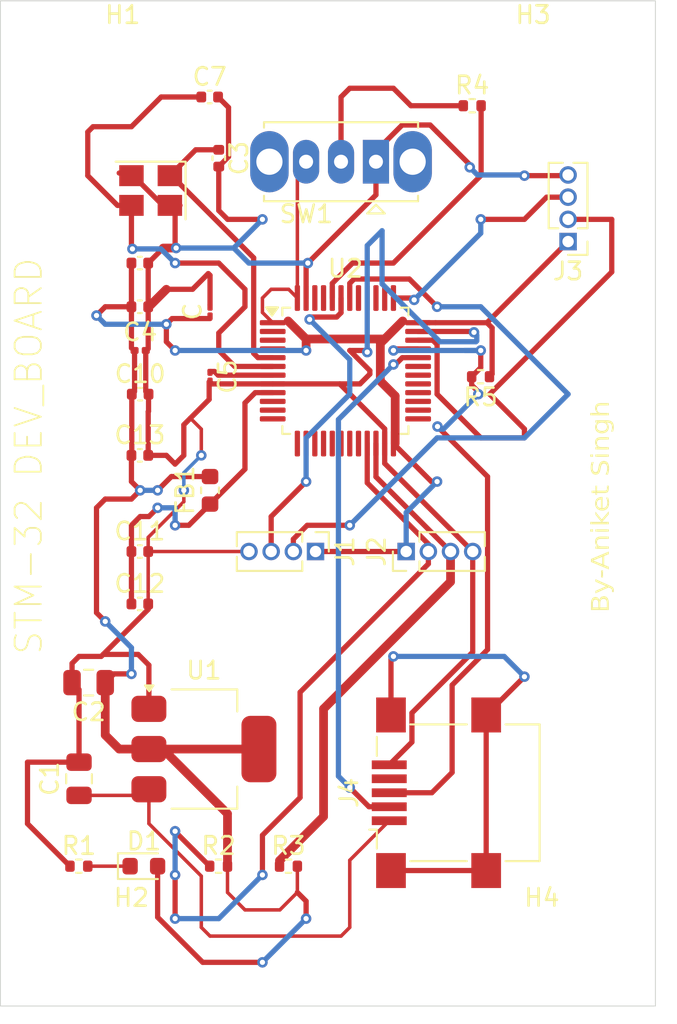
<source format=kicad_pcb>
(kicad_pcb (version 20240108) (generator "pcbnew") (generator_version "8.0")
  (layers (0 "F.Cu" signal) (31 "B.Cu" signal) (34 "B.Paste" user) (35 "F.Paste" user) (36 "B.SilkS" user "B.Silkscreen") (37 "F.SilkS" user "F.Silkscreen") (38 "B.Mask" user) (39 "F.Mask" user) (44 "Edge.Cuts" user))
  (net 0 "")
  (net 1 "VBUS")
  (net 2 "GND")
  (net 3 "+3.3V")
  (net 4 "/HSE_IN")
  (net 5 "/NRST")
  (net 6 "/HSE_OUT")
  (net 7 "+3.3VA")
  (net 8 "/PWR_LED_K")
  (net 9 "/UART1_RX")
  (net 10 "/UART1_TX")
  (net 11 "/I2C_SCL")
  (net 12 "/I2C_SDA")
  (net 13 "/SWCLK")
  (net 14 "/SWDIO")
  (net 15 "unconnected-(J4-Shield-Pad6)_1")
  (net 16 "/USB_D-")
  (net 18 "/USB_D+")
  (net 19 "/BOOT0")
  (net 20 "Net-(SW1-B)")
  (footprint "Capacitor_SMD:C_01005_0402Metric" (layer "F.Cu") (at 114.5 59 -90)
    (property "Reference" "C5" (at 0 -1 90) (layer "F.SilkS"))
    (property "Value" "100n" (hide yes))
    (pad "1" smd roundrect (at -0.25 0 270) (size 0.4 0.3) (layers "F.Cu" "F.Mask") (net 5 "/NRST"))
    (pad "2" smd roundrect (at 0.25 0 270) (size 0.4 0.3) (layers "F.Cu" "F.Mask") (net 2 "GND"))
  )
  (footprint "Package_TO_SOT_SMD:SOT-223-3_TabPin2" (layer "F.Cu") (at 114.15 80.3)
    (property "Reference" "U1" (at 0 -4.5 0) (layer "F.SilkS"))
    (property "Value" "AMS1117-3.3")
    (pad "1" smd roundrect (at -3.15 -2.3) (size 2 1.5) (layers "F.Cu" "F.Paste" "F.Mask") (net 2 "GND"))
    (pad "2" smd roundrect (at -3.15 0) (size 2 1.5) (layers "F.Cu" "F.Paste" "F.Mask") (net 3 "+3.3V"))
    (pad "2" smd roundrect (at 3.15 0) (size 2 3.8) (layers "F.Cu" "F.Paste" "F.Mask") (net 3 "+3.3V"))
    (pad "3" smd roundrect (at -3.15 2.3) (size 2 1.5) (layers "F.Cu" "F.Paste" "F.Mask") (net 1 "VBUS"))
  )
  (footprint "Capacitor_SMD:C_0402_1005Metric" (layer "F.Cu") (at 110.5 60)
    (property "Reference" "C10" (at 0 -1.16 0) (layer "F.SilkS"))
    (property "Value" "100n")
    (pad "1" smd roundrect (at -0.48 0) (size 0.56 0.62) (layers "F.Cu" "F.Paste" "F.Mask") (net 3 "+3.3V"))
    (pad "2" smd roundrect (at 0.48 0) (size 0.56 0.62) (layers "F.Cu" "F.Paste" "F.Mask") (net 2 "GND"))
  )
  (footprint "Resistor_SMD:R_0402_1005Metric" (layer "F.Cu") (at 129.51 43.5)
    (property "Reference" "R4" (at 0 -1.17 0) (layer "F.SilkS"))
    (property "Value" "10k")
    (pad "1" smd roundrect (at -0.51 0) (size 0.54 0.64) (layers "F.Cu" "F.Paste" "F.Mask") (net 20 "Net-(SW1-B)"))
    (pad "2" smd roundrect (at 0.51 0) (size 0.54 0.64) (layers "F.Cu" "F.Paste" "F.Mask") (net 19 "/BOOT0"))
  )
  (footprint "LED_SMD:LED_0603_1608Metric" (layer "F.Cu") (at 110.7125 87)
    (property "Reference" "D1" (at 0 -1.43 0) (layer "F.SilkS"))
    (property "Value" "red")
    (pad "1" smd roundrect (at -0.7875 0) (size 0.875 0.95) (layers "F.Cu" "F.Paste" "F.Mask") (net 8 "/PWR_LED_K"))
    (pad "2" smd roundrect (at 0.7875 0) (size 0.875 0.95) (layers "F.Cu" "F.Paste" "F.Mask") (net 3 "+3.3V"))
  )
  (footprint "Crystal:Crystal_SMD_3225-4Pin_3.2x2.5mm" (layer "F.Cu") (at 111.1 48.35 180)
    (property "Reference" "Y1" (hide yes))
    (property "Value" "16MHz")
    (pad "1" smd rect (at -1.1 0.85 180) (size 1.4 1.2) (layers "F.Cu" "F.Paste" "F.Mask") (net 4 "/HSE_IN"))
    (pad "2" smd rect (at 1.1 0.85 180) (size 1.4 1.2) (layers "F.Cu" "F.Paste" "F.Mask") (net 2 "GND"))
    (pad "3" smd rect (at 1.1 -0.85 180) (size 1.4 1.2) (layers "F.Cu" "F.Paste" "F.Mask") (net 6 "/HSE_OUT"))
    (pad "4" smd rect (at -1.1 -0.85 180) (size 1.4 1.2) (layers "F.Cu" "F.Paste" "F.Mask") (net 2 "GND"))
  )
  (footprint "MountingHole:MountingHole_2.2mm_M2" (layer "F.Cu") (at 109.5 41.5)
    (property "Reference" "H1" (at 0 -3.2 0) (layer "F.SilkS"))
    (property "Value" "MountingHole")
    (pad "" np_thru_hole circle (at 0 0) (size 2.2 2.2) (drill 2.2) (layers "*.Cu" "*.Mask"))
  )
  (footprint "Resistor_SMD:R_0402_1005Metric" (layer "F.Cu") (at 118.99 87)
    (property "Reference" "R3" (at 0 -1.17 0) (layer "F.SilkS"))
    (property "Value" "1.5k")
    (pad "1" smd roundrect (at -0.51 0) (size 0.54 0.64) (layers "F.Cu" "F.Paste" "F.Mask") (net 12 "/I2C_SDA"))
    (pad "2" smd roundrect (at 0.51 0) (size 0.54 0.64) (layers "F.Cu" "F.Paste" "F.Mask") (net 3 "+3.3V"))
  )
  (footprint "MountingHole:MountingHole_2.2mm_M2" (layer "F.Cu") (at 133 41.5)
    (property "Reference" "H3" (at 0 -3.2 0) (layer "F.SilkS"))
    (property "Value" "MountingHole")
    (pad "" np_thru_hole circle (at 0 0) (size 2.2 2.2) (drill 2.2) (layers "*.Cu" "*.Mask"))
  )
  (footprint "Capacitor_SMD:C_0402_1005Metric" (layer "F.Cu") (at 114.48 43)
    (property "Reference" "C7" (at 0 -1.16 0) (layer "F.SilkS"))
    (property "Value" "10p")
    (pad "1" smd roundrect (at -0.48 0) (size 0.56 0.62) (layers "F.Cu" "F.Paste" "F.Mask") (net 6 "/HSE_OUT"))
    (pad "2" smd roundrect (at 0.48 0) (size 0.56 0.62) (layers "F.Cu" "F.Paste" "F.Mask") (net 2 "GND"))
  )
  (footprint "Capacitor_SMD:C_0402_1005Metric" (layer "F.Cu") (at 110.48 55)
    (property "Reference" "C8" (hide yes))
    (property "Value" "100n")
    (pad "1" smd roundrect (at -0.48 0) (size 0.56 0.62) (layers "F.Cu" "F.Paste" "F.Mask") (net 3 "+3.3V"))
    (pad "2" smd roundrect (at 0.48 0) (size 0.56 0.62) (layers "F.Cu" "F.Paste" "F.Mask") (net 2 "GND"))
  )
  (footprint "Capacitor_SMD:C_0805_2012Metric" (layer "F.Cu") (at 107.55 76.5 180)
    (property "Reference" "C2" (at 0 -1.68 360) (layer "F.SilkS"))
    (property "Value" "22u")
    (pad "1" smd roundrect (at -0.95 0 180) (size 1 1.45) (layers "F.Cu" "F.Paste" "F.Mask") (net 3 "+3.3V"))
    (pad "2" smd roundrect (at 0.95 0 180) (size 1 1.45) (layers "F.Cu" "F.Paste" "F.Mask") (net 2 "GND"))
  )
  (footprint "Connector_PinHeader_1.27mm:PinHeader_1x04_P1.27mm_Vertical" (layer "F.Cu") (at 135 51.27 180)
    (property "Reference" "J3" (at 0 -1.695 360) (layer "F.SilkS"))
    (property "Value" "Conn_01x04_Pin")
    (pad "1" thru_hole rect (at 0 0 180) (size 1 1) (drill 0.65) (layers "*.Cu" "*.Mask") (net 3 "+3.3V"))
    (pad "2" thru_hole oval (at 0 1.27 180) (size 1 1) (drill 0.65) (layers "*.Cu" "*.Mask") (net 14 "/SWDIO"))
    (pad "3" thru_hole oval (at 0 2.54 180) (size 1 1) (drill 0.65) (layers "*.Cu" "*.Mask") (net 13 "/SWCLK"))
    (pad "4" thru_hole oval (at 0 3.81 180) (size 1 1) (drill 0.65) (layers "*.Cu" "*.Mask") (net 2 "GND"))
  )
  (footprint "Resistor_SMD:R_0402_1005Metric" (layer "F.Cu") (at 114.99 87)
    (property "Reference" "R2" (at 0 -1.17 0) (layer "F.SilkS"))
    (property "Value" "1.5k")
    (pad "1" smd roundrect (at -0.51 0) (size 0.54 0.64) (layers "F.Cu" "F.Paste" "F.Mask") (net 11 "/I2C_SCL"))
    (pad "2" smd roundrect (at 0.51 0) (size 0.54 0.64) (layers "F.Cu" "F.Paste" "F.Mask") (net 3 "+3.3V"))
  )
  (footprint "Capacitor_SMD:C_0201_0603Metric" (layer "F.Cu") (at 110.5 57.5)
    (property "Reference" "C4" (at 0 -1.05 360) (layer "F.SilkS"))
    (property "Value" "10u")
    (pad "1" smd roundrect (at -0.32 0) (size 0.46 0.4) (layers "F.Cu" "F.Mask") (net 3 "+3.3V"))
    (pad "2" smd roundrect (at 0.32 0) (size 0.46 0.4) (layers "F.Cu" "F.Mask") (net 2 "GND"))
  )
  (footprint "Capacitor_SMD:C_0402_1005Metric" (layer "F.Cu") (at 110.48 69)
    (property "Reference" "C11" (at 0 -1.16 0) (layer "F.SilkS"))
    (property "Value" "10n")
    (pad "1" smd roundrect (at -0.48 0) (size 0.56 0.62) (layers "F.Cu" "F.Paste" "F.Mask") (net 7 "+3.3VA"))
    (pad "2" smd roundrect (at 0.48 0) (size 0.56 0.62) (layers "F.Cu" "F.Paste" "F.Mask") (net 2 "GND"))
  )
  (footprint "Package_QFP:LQFP-48_7x7mm_P0.5mm" (layer "F.Cu") (at 122.25 58.6625)
    (property "Reference" "U2" (at 0 -5.85 0) (layer "F.SilkS"))
    (property "Value" "STM32F103C8Tx")
    (pad "1" smd roundrect (at -4.1625 -2.75) (size 1.475 0.3) (layers "F.Cu" "F.Paste" "F.Mask") (net 3 "+3.3V"))
    (pad "2" smd roundrect (at -4.1625 -2.25) (size 1.475 0.3) (layers "F.Cu" "F.Paste" "F.Mask"))
    (pad "3" smd roundrect (at -4.1625 -1.75) (size 1.475 0.3) (layers "F.Cu" "F.Paste" "F.Mask"))
    (pad "4" smd roundrect (at -4.1625 -1.25) (size 1.475 0.3) (layers "F.Cu" "F.Paste" "F.Mask"))
    (pad "5" smd roundrect (at -4.1625 -0.75) (size 1.475 0.3) (layers "F.Cu" "F.Paste" "F.Mask") (net 4 "/HSE_IN"))
    (pad "6" smd roundrect (at -4.1625 -0.25) (size 1.475 0.3) (layers "F.Cu" "F.Paste" "F.Mask") (net 6 "/HSE_OUT"))
    (pad "7" smd roundrect (at -4.1625 0.25) (size 1.475 0.3) (layers "F.Cu" "F.Paste" "F.Mask") (net 5 "/NRST"))
    (pad "8" smd roundrect (at -4.1625 0.75) (size 1.475 0.3) (layers "F.Cu" "F.Paste" "F.Mask") (net 2 "GND"))
    (pad "9" smd roundrect (at -4.1625 1.25) (size 1.475 0.3) (layers "F.Cu" "F.Paste" "F.Mask") (net 7 "+3.3VA"))
    (pad "10" smd roundrect (at -4.1625 1.75) (size 1.475 0.3) (layers "F.Cu" "F.Paste" "F.Mask"))
    (pad "11" smd roundrect (at -4.1625 2.25) (size 1.475 0.3) (layers "F.Cu" "F.Paste" "F.Mask"))
    (pad "12" smd roundrect (at -4.1625 2.75) (size 1.475 0.3) (layers "F.Cu" "F.Paste" "F.Mask"))
    (pad "13" smd roundrect (at -2.75 4.1625) (size 0.3 1.475) (layers "F.Cu" "F.Paste" "F.Mask"))
    (pad "14" smd roundrect (at -2.25 4.1625) (size 0.3 1.475) (layers "F.Cu" "F.Paste" "F.Mask"))
    (pad "15" smd roundrect (at -1.75 4.1625) (size 0.3 1.475) (layers "F.Cu" "F.Paste" "F.Mask"))
    (pad "16" smd roundrect (at -1.25 4.1625) (size 0.3 1.475) (layers "F.Cu" "F.Paste" "F.Mask"))
    (pad "17" smd roundrect (at -0.75 4.1625) (size 0.3 1.475) (layers "F.Cu" "F.Paste" "F.Mask"))
    (pad "18" smd roundrect (at -0.25 4.1625) (size 0.3 1.475) (layers "F.Cu" "F.Paste" "F.Mask"))
    (pad "19" smd roundrect (at 0.25 4.1625) (size 0.3 1.475) (layers "F.Cu" "F.Paste" "F.Mask"))
    (pad "20" smd roundrect (at 0.75 4.1625) (size 0.3 1.475) (layers "F.Cu" "F.Paste" "F.Mask"))
    (pad "21" smd roundrect (at 1.25 4.1625) (size 0.3 1.475) (layers "F.Cu" "F.Paste" "F.Mask") (net 11 "/I2C_SCL"))
    (pad "22" smd roundrect (at 1.75 4.1625) (size 0.3 1.475) (layers "F.Cu" "F.Paste" "F.Mask") (net 12 "/I2C_SDA"))
    (pad "23" smd roundrect (at 2.25 4.1625) (size 0.3 1.475) (layers "F.Cu" "F.Paste" "F.Mask") (net 2 "GND"))
    (pad "24" smd roundrect (at 2.75 4.1625) (size 0.3 1.475) (layers "F.Cu" "F.Paste" "F.Mask") (net 3 "+3.3V"))
    (pad "25" smd roundrect (at 4.1625 2.75) (size 1.475 0.3) (layers "F.Cu" "F.Paste" "F.Mask"))
    (pad "26" smd roundrect (at 4.1625 2.25) (size 1.475 0.3) (layers "F.Cu" "F.Paste" "F.Mask"))
    (pad "27" smd roundrect (at 4.1625 1.75) (size 1.475 0.3) (layers "F.Cu" "F.Paste" "F.Mask"))
    (pad "28" smd roundrect (at 4.1625 1.25) (size 1.475 0.3) (layers "F.Cu" "F.Paste" "F.Mask"))
    (pad "29" smd roundrect (at 4.1625 0.75) (size 1.475 0.3) (layers "F.Cu" "F.Paste" "F.Mask"))
    (pad "30" smd roundrect (at 4.1625 0.25) (size 1.475 0.3) (layers "F.Cu" "F.Paste" "F.Mask"))
    (pad "31" smd roundrect (at 4.1625 -0.25) (size 1.475 0.3) (layers "F.Cu" "F.Paste" "F.Mask"))
    (pad "32" smd roundrect (at 4.1625 -0.75) (size 1.475 0.3) (layers "F.Cu" "F.Paste" "F.Mask") (net 16 "/USB_D-"))
    (pad "33" smd roundrect (at 4.1625 -1.25) (size 1.475 0.3) (layers "F.Cu" "F.Paste" "F.Mask") (net 18 "/USB_D+"))
    (pad "34" smd roundrect (at 4.1625 -1.75) (size 1.475 0.3) (layers "F.Cu" "F.Paste" "F.Mask") (net 14 "/SWDIO"))
    (pad "35" smd roundrect (at 4.1625 -2.25) (size 1.475 0.3) (layers "F.Cu" "F.Paste" "F.Mask") (net 2 "GND"))
    (pad "36" smd roundrect (at 4.1625 -2.75) (size 1.475 0.3) (layers "F.Cu" "F.Paste" "F.Mask") (net 3 "+3.3V"))
    (pad "37" smd roundrect (at 2.75 -4.1625) (size 0.3 1.475) (layers "F.Cu" "F.Paste" "F.Mask") (net 13 "/SWCLK"))
    (pad "38" smd roundrect (at 2.25 -4.1625) (size 0.3 1.475) (layers "F.Cu" "F.Paste" "F.Mask"))
    (pad "39" smd roundrect (at 1.75 -4.1625) (size 0.3 1.475) (layers "F.Cu" "F.Paste" "F.Mask"))
    (pad "40" smd roundrect (at 1.25 -4.1625) (size 0.3 1.475) (layers "F.Cu" "F.Paste" "F.Mask"))
    (pad "41" smd roundrect (at 0.75 -4.1625) (size 0.3 1.475) (layers "F.Cu" "F.Paste" "F.Mask"))
    (pad "42" smd roundrect (at 0.25 -4.1625) (size 0.3 1.475) (layers "F.Cu" "F.Paste" "F.Mask") (net 10 "/UART1_TX"))
    (pad "43" smd roundrect (at -0.25 -4.1625) (size 0.3 1.475) (layers "F.Cu" "F.Paste" "F.Mask") (net 9 "/UART1_RX"))
    (pad "44" smd roundrect (at -0.75 -4.1625) (size 0.3 1.475) (layers "F.Cu" "F.Paste" "F.Mask") (net 19 "/BOOT0"))
    (pad "45" smd roundrect (at -1.25 -4.1625) (size 0.3 1.475) (layers "F.Cu" "F.Paste" "F.Mask"))
    (pad "46" smd roundrect (at -1.75 -4.1625) (size 0.3 1.475) (layers "F.Cu" "F.Paste" "F.Mask"))
    (pad "47" smd roundrect (at -2.25 -4.1625) (size 0.3 1.475) (layers "F.Cu" "F.Paste" "F.Mask") (net 2 "GND"))
    (pad "48" smd roundrect (at -2.75 -4.1625) (size 0.3 1.475) (layers "F.Cu" "F.Paste" "F.Mask") (net 3 "+3.3V"))
  )
  (footprint "Capacitor_SMD:C_0805_2012Metric" (layer "F.Cu") (at 107 82 90)
    (property "Reference" "C1" (at 0 -1.68 90) (layer "F.SilkS"))
    (property "Value" "22u")
    (pad "1" smd roundrect (at -0.95 0 90) (size 1 1.45) (layers "F.Cu" "F.Paste" "F.Mask") (net 1 "VBUS"))
    (pad "2" smd roundrect (at 0.95 0 90) (size 1 1.45) (layers "F.Cu" "F.Paste" "F.Mask") (net 2 "GND"))
  )
  (footprint "Button_Switch_THT:SW_Slide_SPDT_Straight_CK_OS102011MS2Q" (layer "F.Cu") (at 124 46.7025 180)
    (property "Reference" "SW1" (at 3.99 -2.99 180) (layer "F.SilkS"))
    (property "Value" "SW_SPDT")
    (pad "" thru_hole oval (at -2.1 0 180) (size 2.2 3.5) (drill 1.5) (layers "*.Cu" "*.Mask"))
    (pad "" thru_hole oval (at 6.1 0 180) (size 2.2 3.5) (drill 1.5) (layers "*.Cu" "*.Mask"))
    (pad "1" thru_hole rect (at 0 0 180) (size 1.5 2.5) (drill 0.8) (layers "*.Cu" "*.Mask") (net 2 "GND"))
    (pad "2" thru_hole oval (at 2 0 180) (size 1.5 2.5) (drill 0.8) (layers "*.Cu" "*.Mask") (net 20 "Net-(SW1-B)"))
    (pad "3" thru_hole oval (at 4 0 180) (size 1.5 2.5) (drill 0.8) (layers "*.Cu" "*.Mask") (net 3 "+3.3V"))
  )
  (footprint "Resistor_SMD:R_0402_1005Metric" (layer "F.Cu") (at 106.99 87)
    (property "Reference" "R1" (at 0 -1.17 0) (layer "F.SilkS"))
    (property "Value" "1.5k")
    (pad "1" smd roundrect (at -0.51 0) (size 0.54 0.64) (layers "F.Cu" "F.Paste" "F.Mask") (net 2 "GND"))
    (pad "2" smd roundrect (at 0.51 0) (size 0.54 0.64) (layers "F.Cu" "F.Paste" "F.Mask") (net 8 "/PWR_LED_K"))
  )
  (footprint "Capacitor_SMD:C_0402_1005Metric" (layer "F.Cu") (at 110.48 52.5)
    (property "Reference" "C9" (hide yes))
    (property "Value" "100n" (hide yes))
    (pad "1" smd roundrect (at -0.48 0) (size 0.56 0.62) (layers "F.Cu" "F.Paste" "F.Mask") (net 3 "+3.3V"))
    (pad "2" smd roundrect (at 0.48 0) (size 0.56 0.62) (layers "F.Cu" "F.Paste" "F.Mask") (net 2 "GND"))
  )
  (footprint "MountingHole:MountingHole_2.2mm_M2" (layer "F.Cu") (at 110 92)
    (property "Reference" "H2" (at 0 -3.2 0) (layer "F.SilkS"))
    (property "Value" "MountingHole")
    (pad "" np_thru_hole circle (at 0 0) (size 2.2 2.2) (drill 2.2) (layers "*.Cu" "*.Mask"))
  )
  (footprint "Connector_PinHeader_1.27mm:PinHeader_1x04_P1.27mm_Vertical" (layer "F.Cu") (at 120.54 69 -90)
    (property "Reference" "J1" (at 0 -1.695 90) (layer "F.SilkS"))
    (property "Value" "Conn_01x04_Pin")
    (pad "1" thru_hole rect (at 0 0 270) (size 1 1) (drill 0.65) (layers "*.Cu" "*.Mask") (net 3 "+3.3V"))
    (pad "2" thru_hole oval (at 0 1.27 270) (size 1 1) (drill 0.65) (layers "*.Cu" "*.Mask") (net 10 "/UART1_TX"))
    (pad "3" thru_hole oval (at 0 2.54 270) (size 1 1) (drill 0.65) (layers "*.Cu" "*.Mask") (net 9 "/UART1_RX"))
    (pad "4" thru_hole oval (at 0 3.81 270) (size 1 1) (drill 0.65) (layers "*.Cu" "*.Mask") (net 2 "GND"))
  )
  (footprint "Capacitor_SMD:C_0402_1005Metric" (layer "F.Cu") (at 115 46.5 -90)
    (property "Reference" "C3" (at 0 -1.16 90) (layer "F.SilkS"))
    (property "Value" "10p")
    (pad "1" smd roundrect (at -0.48 0 270) (size 0.56 0.62) (layers "F.Cu" "F.Paste" "F.Mask") (net 4 "/HSE_IN"))
    (pad "2" smd roundrect (at 0.48 0 270) (size 0.56 0.62) (layers "F.Cu" "F.Paste" "F.Mask") (net 2 "GND"))
  )
  (footprint "Resistor_SMD:R_0402_1005Metric" (layer "F.Cu") (at 129.99 59 180)
    (property "Reference" "R5" (at 0 -1.17 360) (layer "F.SilkS"))
    (property "Value" "1.5k" (hide yes))
    (pad "1" smd roundrect (at -0.51 0 180) (size 0.54 0.64) (layers "F.Cu" "F.Paste" "F.Mask") (net 3 "+3.3V"))
    (pad "2" smd roundrect (at 0.51 0 180) (size 0.54 0.64) (layers "F.Cu" "F.Paste" "F.Mask") (net 18 "/USB_D+"))
  )
  (footprint "MountingHole:MountingHole_2.2mm_M2" (layer "F.Cu") (at 133.5 92)
    (property "Reference" "H4" (at 0 -3.2 0) (layer "F.SilkS"))
    (property "Value" "MountingHole")
    (pad "" np_thru_hole circle (at 0 0) (size 2.2 2.2) (drill 2.2) (layers "*.Cu" "*.Mask"))
  )
  (footprint "Capacitor_SMD:C_01005_0402Metric" (layer "F.Cu") (at 114.5 55.275 90)
    (property "Reference" "C" (at 0 -1 90) (layer "F.SilkS"))
    (property "Value" "100n" (hide yes))
    (pad "1" smd roundrect (at -0.25 0 90) (size 0.4 0.3) (layers "F.Cu" "F.Mask") (net 3 "+3.3V"))
    (pad "2" smd roundrect (at 0.25 0 90) (size 0.4 0.3) (layers "F.Cu" "F.Mask") (net 2 "GND"))
  )
  (footprint "Connector_PinHeader_1.27mm:PinHeader_1x04_P1.27mm_Vertical" (layer "F.Cu") (at 125.73 69 90)
    (property "Reference" "J2" (at 0 -1.695 90) (layer "F.SilkS"))
    (property "Value" "Conn_01x04_Pin")
    (pad "1" thru_hole rect (at 0 0 90) (size 1 1) (drill 0.65) (layers "*.Cu" "*.Mask") (net 3 "+3.3V"))
    (pad "2" thru_hole oval (at 0 1.27 90) (size 1 1) (drill 0.65) (layers "*.Cu" "*.Mask") (net 11 "/I2C_SCL"))
    (pad "3" thru_hole oval (at 0 2.54 90) (size 1 1) (drill 0.65) (layers "*.Cu" "*.Mask") (net 12 "/I2C_SDA"))
    (pad "4" thru_hole oval (at 0 3.81 90) (size 1 1) (drill 0.65) (layers "*.Cu" "*.Mask") (net 2 "GND"))
  )
  (footprint "Capacitor_SMD:C_0402_1005Metric" (layer "F.Cu") (at 110.48 63.5)
    (property "Reference" "C13" (at 0 -1.16 0) (layer "F.SilkS"))
    (property "Value" "1u")
    (pad "1" smd roundrect (at -0.48 0) (size 0.56 0.62) (layers "F.Cu" "F.Paste" "F.Mask") (net 3 "+3.3V"))
    (pad "2" smd roundrect (at 0.48 0) (size 0.56 0.62) (layers "F.Cu" "F.Paste" "F.Mask") (net 2 "GND"))
  )
  (footprint "Connector_USB:USB_Mini-B_Lumberg_2486_01_Horizontal" (layer "F.Cu") (at 127.46 82.8 90)
    (property "Reference" "J4" (at 0 -5 90) (layer "F.SilkS"))
    (property "Value" "USB_B_Micro")
    (pad "" np_thru_hole circle (at -2.2 0 90) (size 1 1) (drill 1) (layers "*.Cu" "*.Mask"))
    (pad "" np_thru_hole circle (at 2.2 0 90) (size 1 1) (drill 1) (layers "*.Cu" "*.Mask"))
    (pad "1" smd rect (at -1.6 -2.7 90) (size 0.5 2) (layers "F.Cu" "F.Paste" "F.Mask") (net 1 "VBUS"))
    (pad "2" smd rect (at -0.8 -2.7 90) (size 0.5 2) (layers "F.Cu" "F.Paste" "F.Mask") (net 16 "/USB_D-"))
    (pad "3" smd rect (at 0 -2.7 90) (size 0.5 2) (layers "F.Cu" "F.Paste" "F.Mask") (net 18 "/USB_D+"))
    (pad "4" smd rect (at 0.8 -2.7 90) (size 0.5 2) (layers "F.Cu" "F.Paste" "F.Mask"))
    (pad "5" smd rect (at 1.6 -2.7 90) (size 0.5 2) (layers "F.Cu" "F.Paste" "F.Mask") (net 2 "GND"))
    (pad "6" smd rect (at -4.45 -2.6 90) (size 2 1.7) (layers "F.Cu" "F.Paste" "F.Mask") (net 15 "unconnected-(J4-Shield-Pad6)_1"))
    (pad "6" smd rect (at -4.45 2.85 90) (size 2 1.7) (layers "F.Cu" "F.Paste" "F.Mask") (net 15 "unconnected-(J4-Shield-Pad6)_1"))
    (pad "6" smd rect (at 4.45 -2.6 90) (size 2 1.7) (layers "F.Cu" "F.Paste" "F.Mask") (net 15 "unconnected-(J4-Shield-Pad6)_1"))
    (pad "6" smd rect (at 4.45 2.85 90) (size 2 1.7) (layers "F.Cu" "F.Paste" "F.Mask") (net 15 "unconnected-(J4-Shield-Pad6)_1"))
  )
  (footprint "Inductor_SMD:L_0603_1608Metric" (layer "F.Cu") (at 114.5 65.5 90)
    (property "Reference" "FB1" (at 0 -1.43 90) (layer "F.SilkS"))
    (property "Value" "120R")
    (pad "1" smd roundrect (at -0.7875 0 90) (size 0.875 0.95) (layers "F.Cu" "F.Paste" "F.Mask") (net 7 "+3.3VA"))
    (pad "2" smd roundrect (at 0.7875 0 90) (size 0.875 0.95) (layers "F.Cu" "F.Paste" "F.Mask") (net 3 "+3.3V"))
  )
  (footprint "Capacitor_SMD:C_0402_1005Metric" (layer "F.Cu") (at 110.48 72)
    (property "Reference" "C12" (at 0 -1.16 0) (layer "F.SilkS"))
    (property "Value" "1u")
    (pad "1" smd roundrect (at -0.48 0) (size 0.56 0.62) (layers "F.Cu" "F.Paste" "F.Mask") (net 7 "+3.3VA"))
    (pad "2" smd roundrect (at 0.48 0) (size 0.56 0.62) (layers "F.Cu" "F.Paste" "F.Mask") (net 2 "GND"))
  )
  (gr_rect (start 102.5 37.5) (end 140 95) (stroke (width 0.05)) (fill none) (layer "Edge.Cuts"))
  (gr_text "STM-32 DEV_BOARD" (at 105 75 90) (layer "F.SilkS") (effects (font (size 1.5 1.5) (thickness 0.1)) (justify left bottom)))
  (gr_text "By-Aniket Singh" (at 137.5 72.5 90) (layer "F.SilkS") (effects (font (size 1 1.1) (thickness 0.1) (italic yes)) (justify left bottom)))
  (segment (start 122 91) (end 122.5 90.5) (width 0.2) (layer "F.Cu") (net 1))
  (segment (start 122.5 86.66) (end 124.76 84.4) (width 0.2) (layer "F.Cu") (net 1))
  (segment (start 111 84.565686) (end 114 87.565686) (width 0.2) (layer "F.Cu") (net 1))
  (segment (start 114 90.5) (end 114.5 91) (width 0.2) (layer "F.Cu") (net 1))
  (segment (start 114.5 91) (end 122 91) (width 0.2) (layer "F.Cu") (net 1))
  (segment (start 110.65 82.95) (end 111 82.6) (width 0.2) (layer "F.Cu") (net 1))
  (segment (start 107 82.95) (end 110.65 82.95) (width 0.2) (layer "F.Cu") (net 1))
  (segment (start 111 82.6) (end 111 84.565686) (width 0.2) (layer "F.Cu") (net 1))
  (segment (start 122.5 90.5) (end 122.5 86.66) (width 0.2) (layer "F.Cu") (net 1))
  (segment (start 114 87.565686) (end 114 90.5) (width 0.2) (layer "F.Cu") (net 1))
  (segment (start 111 55) (end 112 54) (width 0.5) (layer "F.Cu") (net 2))
  (segment (start 123.65 58.85) (end 123.65 58.65) (width 0.3) (layer "F.Cu") (net 2))
  (segment (start 129.37 46.87) (end 129.37 47.02) (width 0.3) (layer "F.Cu") (net 2))
  (segment (start 114 62) (end 113.375 61.375) (width 0.2) (layer "F.Cu") (net 2))
  (segment (start 110.96 55) (end 111 55) (width 0.5) (layer "F.Cu") (net 2))
  (segment (start 124 47.30311) (end 124 46.10189) (width 0.3) (layer "F.Cu") (net 2))
  (segment (start 110.96 72.309999) (end 110.96 72) (width 0.3) (layer "F.Cu") (net 2))
  (segment (start 124 46.10189) (end 125.49939 44.6025) (width 0.3) (layer "F.Cu") (net 2))
  (segment (start 123.65 58.65) (end 122.5 57.5) (width 0.3) (layer "F.Cu") (net 2))
  (segment (start 134.96 47.5) (end 135 47.46) (width 0.3) (layer "F.Cu") (net 2))
  (segment (start 114.4 53.1) (end 114.5 53.2) (width 0.3) (layer "F.Cu") (net 2))
  (segment (start 110 47.5) (end 110.1 47.5) (width 0.3) (layer "F.Cu") (net 2))
  (segment (start 110.96 63.5) (end 112 63.5) (width 0.3) (layer "F.Cu") (net 2))
  (segment (start 110.96 52.5) (end 111.819621 51.640379) (width 0.3) (layer "F.Cu") (net 2))
  (segment (start 127.5 45) (end 129.37 46.87) (width 0.3) (layer "F.Cu") (net 2))
  (segment (start 110.98 60) (end 110.98 60.98) (width 0.3) (layer "F.Cu") (net 2))
  (segment (start 115.507106 50) (end 115 49.492894) (width 0.3) (layer "F.Cu") (net 2))
  (segment (start 114.5 53.2) (end 114.5 54.875) (width 0.3) (layer "F.Cu") (net 2))
  (segment (start 129.54 69) (end 129.54 74.752894) (width 0.3) (layer "F.Cu") (net 2))
  (segment (start 129.612503 56.4625) (end 129.562503 56.4125) (width 0.3) (layer "F.Cu") (net 2))
  (segment (start 115.56 46.42) (end 115 46.98) (width 0.3) (layer "F.Cu") (net 2))
  (segment (start 129.562503 56.4125) (end 126.4125 56.4125) (width 0.3) (layer "F.Cu") (net 2))
  (segment (start 124.5 62.825) (end 124.5 61.98438) (width 0.3) (layer "F.Cu") (net 2))
  (segment (start 120.1 52.5) (end 120 52.6) (width 0.3) (layer "F.Cu") (net 2))
  (segment (start 112.5 51.699997) (end 112.559618 51.640379) (width 0.3) (layer "F.Cu") (net 2))
  (segment (start 107 81.05) (end 107 76.9) (width 0.3) (layer "F.Cu") (net 2))
  (segment (start 110.384999 74.884999) (end 111 75.5) (width 0.3) (layer "F.Cu") (net 2))
  (segment (start 115 49.492894) (end 115 46.98) (width 0.3) (layer "F.Cu") (net 2))
  (segment (start 117.5 50) (end 115.507106 50) (width 0.3) (layer "F.Cu") (net 2))
  (segment (start 124.5 61.98438) (end 121.92812 59.4125) (width 0.3) (layer "F.Cu") (net 2))
  (segment (start 104.05 84.57) (end 106.48 87) (width 0.3) (layer "F.Cu") (net 2))
  (segment (start 111.819621 51.640379) (end 112.559618 51.640379) (width 0.5) (layer "F.Cu") (net 2))
  (segment (start 110.96 69) (end 110.96 72) (width 0.2) (layer "F.Cu") (net 2))
  (segment (start 124.5 63.96) (end 129.54 69) (width 0.3) (layer "F.Cu") (net 2))
  (segment (start 110.82 59.84) (end 110.98 60) (width 0.3) (layer "F.Cu") (net 2))
  (segment (start 110.96 61) (end 110.96 63.5) (width 0.3) (layer "F.Cu") (net 2))
  (segment (start 113 66.151471) (end 113 65.5) (width 0.2) (layer "F.Cu") (net 2))
  (segment (start 106.6 75.4) (end 107 75) (width 0.3) (layer "F.Cu") (net 2))
  (segment (start 106.6 76.5) (end 106.6 75.4) (width 0.3) (layer "F.Cu") (net 2))
  (segment (start 124 48.6) (end 124 46.7025) (width 0.3) (layer "F.Cu") (net 2))
  (segment (start 125.49939 44.6025) (end 127.1025 44.6025) (width 0.3) (layer "F.Cu") (net 2))
  (segment (start 124.5 62.825) (end 124.5 63.96) (width 0.3) (layer "F.Cu") (net 2))
  (segment (start 113.375 61.375) (end 114.45 60.3) (width 0.3) (layer "F.Cu") (net 2))
  (segment (start 107 81.05) (end 104.05 81.05) (width 0.3) (layer "F.Cu") (net 2))
  (segment (start 121.92812 59.4125) (end 123.0875 59.4125) (width 0.3) (layer "F.Cu") (net 2))
  (segment (start 114 63.5) (end 114 62) (width 0.2) (layer "F.Cu") (net 2))
  (segment (start 112 54) (end 113.5 54) (width 0.3) (layer "F.Cu") (net 2))
  (segment (start 113 63.5) (end 113 61.75) (width 0.3) (layer "F.Cu") (net 2))
  (segment (start 129.54 74.752894) (end 126.06 78.232894) (width 0.3) (layer "F.Cu") (net 2))
  (segment (start 112.3 49.2) (end 112.5 49.4) (width 0.3) (layer "F.Cu") (net 2))
  (segment (start 114.45 59.3) (end 114.45 60.3) (width 0.3) (layer "F.Cu") (net 2))
  (segment (start 107 75) (end 108.269999 75) (width 0.3) (layer "F.Cu") (net 2))
  (segment (start 118.0875 59.4125) (end 114.6125 59.4125) (width 0.3) (layer "F.Cu") (net 2))
  (segment (start 126.06 78.232894) (end 126.06 79.9) (width 0.3) (layer "F.Cu") (net 2))
  (segment (start 114.45 59.3) (end 114.5 59.3) (width 0.3) (layer "F.Cu") (net 2))
  (segment (start 127.1025 44.6025) (end 127.5 45) (width 0.3) (layer "F.Cu") (net 2))
  (segment (start 122.5 57.5) (end 123.407042 57.5) (width 0.3) (layer "F.Cu") (net 2))
  (segment (start 132.5 47.5) (end 134.96 47.5) (width 0.3) (layer "F.Cu") (net 2))
  (segment (start 123.407042 57.5) (end 123.5 57.592958) (width 0.3) (layer "F.Cu") (net 2))
  (segment (start 108.384999 74.884999) (end 110.384999 74.884999) (width 0.3) (layer "F.Cu") (net 2))
  (segment (start 112.2 49.2) (end 112.78 49.2) (width 0.3) (layer "F.Cu") (net 2))
  (segment (start 111 75.5) (end 111 78) (width 0.3) (layer "F.Cu") (net 2))
  (segment (start 114.6125 59.4125) (end 114.5 59.3) (width 0.3) (layer "F.Cu") (net 2))
  (segment (start 110.96 69) (end 116.73 69) (width 0.2) (layer "F.Cu") (net 2))
  (segment (start 113 61.75) (end 113.375 61.375) (width 0.3) (layer "F.Cu") (net 2))
  (segment (start 108.384999 74.884999) (end 110.96 72.309999) (width 0.3) (layer "F.Cu") (net 2))
  (segment (start 107 76.9) (end 106.6 76.5) (width 0.3) (layer "F.Cu") (net 2))
  (segment (start 120 52.6) (end 120 54.5) (width 0.3) (layer "F.Cu") (net 2))
  (segment (start 121.92812 59.4125) (end 118.0875 59.4125) (width 0.3) (layer "F.Cu") (net 2))
  (segment (start 110.96 68.191471) (end 113 66.151471) (width 0.2) (layer "F.Cu") (net 2))
  (segment (start 110.96 69) (end 110.96 68.191471) (width 0.2) (layer "F.Cu") (net 2))
  (segment (start 112.2 49.2) (end 112.3 49.2) (width 0.3) (layer "F.Cu") (net 2))
  (segment (start 112.5 49.4) (end 112.5 51.699997) (width 0.3) (layer "F.Cu") (net 2))
  (segment (start 110.98 60.98) (end 110.96 61) (width 0.3) (layer "F.Cu") (net 2))
  (segment (start 104.05 81.05) (end 104.05 84.57) (width 0.3) (layer "F.Cu") (net 2))
  (segment (start 110.96 52.5) (end 110.96 55) (width 0.3) (layer "F.Cu") (net 2))
  (segment (start 114.96 43) (end 115.56 43.6) (width 0.3) (layer "F.Cu") (net 2))
  (segment (start 123.0875 59.4125) (end 123.65 58.85) (width 0.3) (layer "F.Cu") (net 2))
  (segment (start 113.5 54) (end 114.4 53.1) (width 0.3) (layer "F.Cu") (net 2))
  (segment (start 109.4 47.35) (end 109.3 47.35) (width 0.3) (layer "F.Cu") (net 2))
  (segment (start 110.82 57.5) (end 110.82 59.84) (width 0.3) (layer "F.Cu") (net 2))
  (segment (start 126.06 79.9) (end 124.76 81.2) (width 0.3) (layer "F.Cu") (net 2))
  (segment (start 108.269999 75) (end 108.384999 74.884999) (width 0.3) (layer "F.Cu") (net 2))
  (segment (start 112 63.5) (end 112.5 64) (width 0.3) (layer "F.Cu") (net 2))
  (segment (start 110.1 47.5) (end 111.8 49.2) (width 0.3) (layer "F.Cu") (net 2))
  (segment (start 115.56 43.6) (end 115.56 46.42) (width 0.3) (layer "F.Cu") (net 2))
  (segment (start 110.96 55) (end 110.96 57.4) (width 0.3) (layer "F.Cu") (net 2))
  (segment (start 112.5 64) (end 113 63.5) (width 0.3) (layer "F.Cu") (net 2))
  (segment (start 120.1 52.5) (end 124 48.6) (width 0.3) (layer "F.Cu") (net 2))
  (segment (start 124 46.7025) (end 124 47.30311) (width 0.3) (layer "F.Cu") (net 2))
  (segment (start 111.8 49.2) (end 112.2 49.2) (width 0.3) (layer "F.Cu") (net 2))
  (via (at 120.1 52.5) (size 0.6) (drill 0.3) (layers "F.Cu" "B.Cu") (net 2))
  (via (at 117.5 50) (size 0.6) (drill 0.3) (layers "F.Cu" "B.Cu") (net 2))
  (via (at 129.37 47.02) (size 0.6) (drill 0.3) (layers "F.Cu" "B.Cu") (net 2))
  (via (at 123.5 57.592958) (size 0.6) (drill 0.3) (layers "F.Cu" "B.Cu") (net 2))
  (via (at 129.612503 56.4625) (size 0.6) (drill 0.3) (layers "F.Cu" "B.Cu") (net 2))
  (via (at 114 63.5) (size 0.6) (drill 0.3) (layers "F.Cu" "B.Cu") (net 2))
  (via (at 113 65.5) (size 0.6) (drill 0.3) (layers "F.Cu" "B.Cu") (net 2))
  (via (at 132.5 47.5) (size 0.6) (drill 0.3) (layers "F.Cu" "B.Cu") (net 2))
  (via (at 112.559618 51.640379) (size 0.6) (drill 0.3) (layers "F.Cu" "B.Cu") (net 2))
  (segment (start 132.46 47.46) (end 132.5 47.5) (width 0.3) (layer "B.Cu") (net 2))
  (segment (start 113 64.5) (end 114 63.5) (width 0.2) (layer "B.Cu") (net 2))
  (segment (start 124.35 50.65) (end 123.5 51.5) (width 0.3) (layer "B.Cu") (net 2))
  (segment (start 129.772182 56.95) (end 129.722182 57) (width 0.3) (layer "B.Cu") (net 2))
  (segment (start 115.859621 51.640379) (end 117.5 50) (width 0.3) (layer "B.Cu") (net 2))
  (segment (start 115.859621 51.640379) (end 116.719242 52.5) (width 0.3) (layer "B.Cu") (net 2))
  (segment (start 129.612503 56.4625) (end 129.772182 56.622179) (width 0.3) (layer "B.Cu") (net 2))
  (segment (start 129.722182 57) (end 127.661521 57) (width 0.3) (layer "B.Cu") (net 2))
  (segment (start 127.661521 57) (end 124.35 53.688479) (width 0.3) (layer "B.Cu") (net 2))
  (segment (start 129.772182 56.622179) (end 129.772182 56.95) (width 0.3) (layer "B.Cu") (net 2))
  (segment (start 123.5 51.5) (end 123.5 57.592958) (width 0.3) (layer "B.Cu") (net 2))
  (segment (start 124.35 53.688479) (end 124.35 50.65) (width 0.3) (layer "B.Cu") (net 2))
  (segment (start 112.559618 51.640379) (end 115.859621 51.640379) (width 0.3) (layer "B.Cu") (net 2))
  (segment (start 129.37 47.02) (end 129.81 47.46) (width 0.3) (layer "B.Cu") (net 2))
  (segment (start 113 65.5) (end 113 64.5) (width 0.2) (layer "B.Cu") (net 2))
  (segment (start 129.81 47.46) (end 132.46 47.46) (width 0.3) (layer "B.Cu") (net 2))
  (segment (start 116.719242 52.5) (end 120.1 52.5) (width 0.3) (layer "B.Cu") (net 2))
  (segment (start 110 76) (end 109 76) (width 0.3) (layer "F.Cu") (net 3))
  (segment (start 115.5 84) (end 115.5 87) (width 0.5) (layer "F.Cu") (net 3))
  (segment (start 110 66) (end 108.5 66) (width 0.3) (layer "F.Cu") (net 3))
  (segment (start 124.25 57.092958) (end 124.25 59.25) (width 0.5) (layer "F.Cu") (net 3))
  (segment (start 119.5 88.5) (end 119.5 87) (width 0.2) (layer "F.Cu") (net 3))
  (segment (start 111.5 65.5) (end 112.2875 64.7125) (width 0.3) (layer "F.Cu") (net 3))
  (segment (start 118.5 89.5) (end 119.5 88.5) (width 0.2) (layer "F.Cu") (net 3))
  (segment (start 108.5 79.5) (end 109.3 80.3) (width 0.5) (layer "F.Cu") (net 3))
  (segment (start 112.2875 64.7125) (end 114.5 64.7125) (width 0.3) (layer "F.Cu") (net 3))
  (segment (start 124.5 56.842958) (end 124.25 57.092958) (width 0.5) (layer "F.Cu") (net 3))
  (segment (start 127.175 65) (end 127.5 65) (width 0.3) (layer "F.Cu") (net 3))
  (segment (start 112 56) (end 112.325 55.675) (width 0.3) (layer "F.Cu") (net 3))
  (segment (start 110 63.5) (end 110 65) (width 0.3) (layer "F.Cu") (net 3))
  (segment (start 109.3 80.3) (end 111 80.3) (width 0.5) (layer "F.Cu") (net 3))
  (segment (start 116.5 89.5) (end 118.5 89.5) (width 0.2) (layer "F.Cu") (net 3))
  (segment (start 108.5 55) (end 108 55.5) (width 0.3) (layer "F.Cu") (net 3))
  (segment (start 110 52.5) (end 110 55) (width 0.3) (layer "F.Cu") (net 3))
  (segment (start 115.5 88.5) (end 116.5 89.5) (width 0.2) (layer "F.Cu") (net 3))
  (segment (start 111.5 87) (end 111.5 89.919239) (width 0.3) (layer "F.Cu") (net 3))
  (segment (start 112 56) (end 112 57) (width 0.3) (layer "F.Cu") (net 3))
  (segment (start 108.5 76.5) (end 108.5 79.5) (width 0.5) (layer "F.Cu") (net 3))
  (segment (start 108 72.5) (end 108.5 73) (width 0.3) (layer "F.Cu") (net 3))
  (segment (start 114.080761 92.5) (end 117.5 92.5) (width 0.3) (layer "F.Cu") (net 3))
  (segment (start 110.5 65.5) (end 110 66) (width 0.3) (layer "F.Cu") (net 3))
  (segment (start 127.4125 55.9125) (end 130.3575 55.9125) (width 0.3) (layer "F.Cu") (net 3))
  (segment (start 120 56.842958) (end 124.5 56.842958) (width 0.5) (layer "F.Cu") (net 3))
  (segment (start 110 55) (end 110 57.36) (width 0.3) (layer "F.Cu") (net 3))
  (segment (start 120 57.5) (end 120 56.842958) (width 0.5) (layer "F.Cu") (net 3))
  (segment (start 111 80.3) (end 117.3 80.3) (width 0.5) (layer "F.Cu") (net 3))
  (segment (start 124.5 56.842958) (end 125.530458 55.8125) (width 0.5) (layer "F.Cu") (net 3))
  (segment (start 120 90) (end 120 89) (width 0.3) (layer "F.Cu") (net 3))
  (segment (start 117.5 54.5) (end 117.5 55.325) (width 0.2) (layer "F.Cu") (net 3))
  (segment (start 130.3575 55.9125) (end 130.65 56.205) (width 0.3) (layer "F.Cu") (net 3))
  (segment (start 130.3575 55.9125) (end 135 51.27) (width 0.3) (layer "F.Cu") (net 3))
  (segment (start 108 67) (end 108 72.5) (width 0.3) (layer "F.Cu") (net 3))
  (segment (start 119 54) (end 118 54) (width 0.2) (layer "F.Cu") (net 3))
  (segment (start 108 66.5) (end 108 67) (width 0.3) (layer "F.Cu") (net 3))
  (segment (start 125.1 60.1) (end 125.1 62.825) (width 0.5) (layer "F.Cu") (net 3))
  (segment (start 120 89) (end 119.5 88.5) (width 0.3) (layer "F.Cu") (net 3))
  (segment (start 126.4125 55.9125) (end 127.4125 55.9125) (width 0.3) (layer "F.Cu") (net 3))
  (segment (start 119.5 54.5) (end 119 54) (width 0.2) (layer "F.Cu") (net 3))
  (segment (start 112.325 55.675) (end 114.5 55.675) (width 0.3) (layer "F.Cu") (net 3))
  (segment (start 120 56.842958) (end 118.969542 55.8125) (width 0.5) (layer "F.Cu") (net 3))
  (segment (start 110.02 60) (end 110.02 63.48) (width 0.3) (layer "F.Cu") (net 3))
  (segment (start 117.5 55.325) (end 118.0875 55.9125) (width 0.2) (layer "F.Cu") (net 3))
  (segment (start 119.5 47.2025) (end 119.5 54.5) (width 0.2) (layer "F.Cu") (net 3))
  (segment (start 110 55) (end 108.5 55) (width 0.3) (layer "F.Cu") (net 3))
  (segment (start 111.5 89.919239) (end 114.080761 92.5) (width 0.3) (layer "F.Cu") (net 3))
  (segment (start 110.18 57.5) (end 110.18 59.84) (width 0.3) (layer "F.Cu") (net 3))
  (segment (start 118 54) (end 117.5 54.5) (width 0.2) (layer "F.Cu") (net 3))
  (segment (start 110 65) (end 110.5 65.5) (width 0.3) (layer "F.Cu") (net 3))
  (segment (start 125 62.825) (end 127.175 65) (width 0.3) (layer "F.Cu") (net 3))
  (segment (start 130.65 56.205) (end 130.65 58.85) (width 0.3) (layer "F.Cu") (net 3))
  (segment (start 108.5 66) (end 108 66.5) (width 0.3) (layer "F.Cu") (net 3))
  (segment (start 111 80.3) (end 111.8 80.3) (width 0.5) (layer "F.Cu") (net 3))
  (segment (start 110.02 63.48) (end 110 63.5) (width 0.3) (layer "F.Cu") (net 3))
  (segment (start 111.8 80.3) (end 115.5 84) (width 0.5) (layer "F.Cu") (net 3))
  (segment (start 124.25 59.25) (end 125.1 60.1) (width 0.5) (layer "F.Cu") (net 3))
  (segment (start 109 76) (end 108.5 76.5) (width 0.3) (layer "F.Cu") (net 3))
  (segment (start 120.54 69) (end 125.73 69) (width 0.3) (layer "F.Cu") (net 3))
  (segment (start 120 46.7025) (end 119.5 47.2025) (width 0.2) (layer "F.Cu") (net 3))
  (segment (start 112 57) (end 112.5 57.5) (width 0.3) (layer "F.Cu") (net 3))
  (segment (start 110.18 59.84) (end 110.02 60) (width 0.3) (layer "F.Cu") (net 3))
  (segment (start 115.5 87) (end 115.5 88.5) (width 0.2) (layer "F.Cu") (net 3))
  (segment (start 130.65 58.85) (end 130.5 59) (width 0.3) (layer "F.Cu") (net 3))
  (via (at 120 57.5) (size 0.6) (drill 0.3) (layers "F.Cu" "B.Cu") (net 3))
  (via (at 112 56) (size 0.6) (drill 0.3) (layers "F.Cu" "B.Cu") (net 3))
  (via (at 110 76) (size 0.6) (drill 0.3) (layers "F.Cu" "B.Cu") (net 3))
  (via (at 111.5 65.5) (size 0.6) (drill 0.3) (layers "F.Cu" "B.Cu") (net 3))
  (via (at 108.5 73) (size 0.6) (drill 0.3) (layers "F.Cu" "B.Cu") (net 3))
  (via (at 117.5 92.5) (size 0.6) (drill 0.3) (layers "F.Cu" "B.Cu") (net 3))
  (via (at 112.5 57.5) (size 0.6) (drill 0.3) (layers "F.Cu" "B.Cu") (net 3))
  (via (at 110.5 65.5) (size 0.6) (drill 0.3) (layers "F.Cu" "B.Cu") (net 3))
  (via (at 108 55.5) (size 0.6) (drill 0.3) (layers "F.Cu" "B.Cu") (net 3))
  (via (at 120 90) (size 0.6) (drill 0.3) (layers "F.Cu" "B.Cu") (net 3))
  (via (at 127.5 65) (size 0.6) (drill 0.3) (layers "F.Cu" "B.Cu") (net 3))
  (segment (start 108.5 73) (end 110 74.5) (width 0.3) (layer "B.Cu") (net 3))
  (segment (start 127.5 65) (end 125.73 66.77) (width 0.3) (layer "B.Cu") (net 3))
  (segment (start 125.73 66.77) (end 125.73 69) (width 0.3) (layer "B.Cu") (net 3))
  (segment (start 108.5 56) (end 112 56) (width 0.3) (layer "B.Cu") (net 3))
  (segment (start 110 74.5) (end 110 76) (width 0.3) (layer "B.Cu") (net 3))
  (segment (start 112.5 57.5) (end 120 57.5) (width 0.3) (layer "B.Cu") (net 3))
  (segment (start 108 55.5) (end 108.5 56) (width 0.3) (layer "B.Cu") (net 3))
  (segment (start 110.5 65.5) (end 111.5 65.5) (width 0.3) (layer "B.Cu") (net 3))
  (segment (start 117.5 92.5) (end 120 90) (width 0.3) (layer "B.Cu") (net 3))
  (segment (start 112.2 47.5) (end 112.3 47.5) (width 0.3) (layer "F.Cu") (net 4))
  (segment (start 113.68 46.02) (end 115 46.02) (width 0.3) (layer "F.Cu") (net 4))
  (segment (start 112.3 47.5) (end 117 52.2) (width 0.3) (layer "F.Cu") (net 4))
  (segment (start 117.24688 57.9125) (end 118.0875 57.9125) (width 0.3) (layer "F.Cu") (net 4))
  (segment (start 112.2 47.5) (end 113.68 46.02) (width 0.3) (layer "F.Cu") (net 4))
  (segment (start 117 57.66562) (end 117.24688 57.9125) (width 0.3) (layer "F.Cu") (net 4))
  (segment (start 117 52.2) (end 117 57.66562) (width 0.3) (layer "F.Cu") (net 4))
  (segment (start 114.75312 58.7) (end 114.5 58.7) (width 0.3) (layer "F.Cu") (net 5))
  (segment (start 118.0875 58.9125) (end 114.96562 58.9125) (width 0.3) (layer "F.Cu") (net 5))
  (segment (start 114.96562 58.9125) (end 114.75312 58.7) (width 0.3) (layer "F.Cu") (net 5))
  (segment (start 112.5 52.5) (end 115 52.5) (width 0.3) (layer "F.Cu") (net 6))
  (segment (start 110 44.7) (end 107.8 44.7) (width 0.3) (layer "F.Cu") (net 6))
  (segment (start 109.2 49.2) (end 110 49.2) (width 0.3) (layer "F.Cu") (net 6))
  (segment (start 111.7 43) (end 110 44.7) (width 0.3) (layer "F.Cu") (net 6))
  (segment (start 115.9125 58.4125) (end 118.0875 58.4125) (width 0.3) (layer "F.Cu") (net 6))
  (segment (start 110 51.747331) (end 110.057331 51.69) (width 0.3) (layer "F.Cu") (net 6))
  (segment (start 107.8 44.7) (end 107.5 45) (width 0.3) (layer "F.Cu") (net 6))
  (segment (start 114 43) (end 111.7 43) (width 0.3) (layer "F.Cu") (net 6))
  (segment (start 115 52.5) (end 116.5 54) (width 0.3) (layer "F.Cu") (net 6))
  (segment (start 107.5 47.5) (end 109.2 49.2) (width 0.3) (layer "F.Cu") (net 6))
  (segment (start 115 57.5) (end 115.9125 58.4125) (width 0.3) (layer "F.Cu") (net 6))
  (segment (start 116.5 55) (end 115 56.5) (width 0.3) (layer "F.Cu") (net 6))
  (segment (start 107.5 45) (end 107.5 47.5) (width 0.3) (layer "F.Cu") (net 6))
  (segment (start 110 49.2) (end 110 51.747331) (width 0.3) (layer "F.Cu") (net 6))
  (segment (start 115 56.5) (end 115 57.5) (width 0.3) (layer "F.Cu") (net 6))
  (segment (start 116.5 54) (end 116.5 55) (width 0.3) (layer "F.Cu") (net 6))
  (via (at 112.5 52.5) (size 0.6) (drill 0.3) (layers "F.Cu" "B.Cu") (net 6))
  (via (at 110.057331 51.69) (size 0.6) (drill 0.3) (layers "F.Cu" "B.Cu") (net 6))
  (segment (start 111.69 51.69) (end 112.5 52.5) (width 0.3) (layer "B.Cu") (net 6))
  (segment (start 110.057331 51.69) (end 111.69 51.69) (width 0.3) (layer "B.Cu") (net 6))
  (segment (start 111 67) (end 111.5 66.5) (width 0.3) (layer "F.Cu") (net 7))
  (segment (start 112.5 67.5) (end 113.2875 67.5) (width 0.3) (layer "F.Cu") (net 7))
  (segment (start 110 69) (end 110 67.5) (width 0.3) (layer "F.Cu") (net 7))
  (segment (start 116.5 64.2875) (end 116.5 60.5) (width 0.3) (layer "F.Cu") (net 7))
  (segment (start 110 69) (end 110 72) (width 0.3) (layer "F.Cu") (net 7))
  (segment (start 114.5 66.2875) (end 116.5 64.2875) (width 0.3) (layer "F.Cu") (net 7))
  (segment (start 117.0875 59.9125) (end 118.0875 59.9125) (width 0.3) (layer "F.Cu") (net 7))
  (segment (start 110 67.5) (end 110.5 67) (width 0.3) (layer "F.Cu") (net 7))
  (segment (start 110.5 67) (end 111 67) (width 0.3) (layer "F.Cu") (net 7))
  (segment (start 113.2875 67.5) (end 114.5 66.2875) (width 0.3) (layer "F.Cu") (net 7))
  (segment (start 116.5 60.5) (end 117.0875 59.9125) (width 0.3) (layer "F.Cu") (net 7))
  (via (at 111.5 66.5) (size 0.6) (drill 0.3) (layers "F.Cu" "B.Cu") (net 7))
  (via (at 112.5 67.5) (size 0.6) (drill 0.3) (layers "F.Cu" "B.Cu") (net 7))
  (segment (start 112.5 66.5) (end 112.5 67.5) (width 0.3) (layer "B.Cu") (net 7))
  (segment (start 111.5 66.5) (end 112.5 66.5) (width 0.3) (layer "B.Cu") (net 7))
  (segment (start 107.5 87) (end 109.925 87) (width 0.2) (layer "F.Cu") (net 8))
  (segment (start 120.25312 55.775452) (end 120.201308 55.72364) (width 0.3) (layer "F.Cu") (net 9))
  (segment (start 120 65) (end 118 67) (width 0.3) (layer "F.Cu") (net 9))
  (segment (start 122 54.5) (end 122 55.34062) (width 0.3) (layer "F.Cu") (net 9))
  (segment (start 122 55.34062) (end 121.75312 55.5875) (width 0.3) (layer "F.Cu") (net 9))
  (segment (start 120.25312 55.5875) (end 120.25312 55.775452) (width 0.3) (layer "F.Cu") (net 9))
  (segment (start 121.75312 55.5875) (end 120.25312 55.5875) (width 0.3) (layer "F.Cu") (net 9))
  (segment (start 118 67) (end 118 69) (width 0.3) (layer "F.Cu") (net 9))
  (via (at 120 65) (size 0.6) (drill 0.3) (layers "F.Cu" "B.Cu") (net 9))
  (via (at 120.201308 55.72364) (size 0.6) (drill 0.3) (layers "F.Cu" "B.Cu") (net 9))
  (segment (start 120 62.5) (end 120 65) (width 0.3) (layer "B.Cu") (net 9))
  (segment (start 122.5 58.022332) (end 122.5 60) (width 0.3) (layer "B.Cu") (net 9))
  (segment (start 120.201308 55.72364) (end 122.5 58.022332) (width 0.3) (layer "B.Cu") (net 9))
  (segment (start 122.5 60) (end 120 62.5) (width 0.3) (layer "B.Cu") (net 9))
  (segment (start 125.9125 53.4125) (end 127.5 55) (width 0.3) (layer "F.Cu") (net 10))
  (segment (start 122.5 67.5) (end 120.062894 67.5) (width 0.3) (layer "F.Cu") (net 10))
  (segment (start 122.5 53.65938) (end 122.74688 53.4125) (width 0.3) (layer "F.Cu") (net 10))
  (segment (start 119.27 68.292894) (end 119.27 69) (width 0.3) (layer "F.Cu") (net 10))
  (segment (start 122.74688 53.4125) (end 125.9125 53.4125) (width 0.3) (layer "F.Cu") (net 10))
  (segment (start 120.062894 67.5) (end 119.27 68.292894) (width 0.3) (layer "F.Cu") (net 10))
  (segment (start 122.5 54.5) (end 122.5 53.65938) (width 0.3) (layer "F.Cu") (net 10))
  (via (at 122.5 67.5) (size 0.6) (drill 0.3) (layers "F.Cu" "B.Cu") (net 10))
  (via (at 127.5 55) (size 0.6) (drill 0.3) (layers "F.Cu" "B.Cu") (net 10))
  (segment (start 127.5 62.5) (end 122.5 67.5) (width 0.3) (layer "B.Cu") (net 10))
  (segment (start 130 55) (end 127.5 55) (width 0.3) (layer "B.Cu") (net 10))
  (segment (start 135 60) (end 130 55) (width 0.3) (layer "B.Cu") (net 10))
  (segment (start 127.5 62.5) (end 132.5 62.5) (width 0.3) (layer "B.Cu") (net 10))
  (segment (start 132.5 62.5) (end 135 60) (width 0.3) (layer "B.Cu") (net 10))
  (segment (start 117.5 85.230366) (end 117.5 87.5) (width 0.3) (layer "F.Cu") (net 11))
  (segment (start 119.655736 77.05137) (end 119.655736 83.07463) (width 0.3) (layer "F.Cu") (net 11))
  (segment (start 112.5 85.02) (end 114.48 87) (width 0.3) (layer "F.Cu") (net 11))
  (segment (start 123.5 62.825) (end 123.5 65.07) (width 0.3) (layer "F.Cu") (net 11))
  (segment (start 112.5 90) (end 112.5 87.5) (width 0.3) (layer "F.Cu") (net 11))
  (segment (start 127 68.57) (end 127 69) (width 0.3) (layer "F.Cu") (net 11))
  (segment (start 112.5 85) (end 112.5 85.02) (width 0.3) (layer "F.Cu") (net 11))
  (segment (start 119.655736 83.07463) (end 117.5 85.230366) (width 0.3) (layer "F.Cu") (net 11))
  (segment (start 127 69) (end 127 69.707106) (width 0.3) (layer "F.Cu") (net 11))
  (segment (start 127 69.707106) (end 119.655736 77.05137) (width 0.3) (layer "F.Cu") (net 11))
  (segment (start 123.5 65.07) (end 127 68.57) (width 0.3) (layer "F.Cu") (net 11))
  (via (at 112.5 85) (size 0.6) (drill 0.3) (layers "F.Cu" "B.Cu") (net 11))
  (via (at 112.5 87.5) (size 0.6) (drill 0.3) (layers "F.Cu" "B.Cu") (net 11))
  (via (at 117.5 87.5) (size 0.6) (drill 0.3) (layers "F.Cu" "B.Cu") (net 11))
  (via (at 112.5 90) (size 0.6) (drill 0.3) (layers "F.Cu" "B.Cu") (net 11))
  (segment (start 117.5 87.5) (end 115 90) (width 0.3) (layer "B.Cu") (net 11))
  (segment (start 112.5 87.5) (end 112.5 85) (width 0.3) (layer "B.Cu") (net 11))
  (segment (start 115 90) (end 112.5 90) (width 0.3) (layer "B.Cu") (net 11))
  (segment (start 124 64.73) (end 128.27 69) (width 0.3) (layer "F.Cu") (net 12))
  (segment (start 124 62.825) (end 124 64.73) (width 0.3) (layer "F.Cu") (net 12))
  (segment (start 121 84.160001) (end 121 78) (width 0.5) (layer "F.Cu") (net 12))
  (segment (start 121 78) (end 128.27 70.73) (width 0.5) (layer "F.Cu") (net 12))
  (segment (start 128.27 70.73) (end 128.27 69) (width 0.5) (layer "F.Cu") (net 12))
  (segment (start 118.48 87) (end 118.48 86.680001) (width 0.5) (layer "F.Cu") (net 12))
  (segment (start 118.48 86.680001) (end 121 84.160001) (width 0.5) (layer "F.Cu") (net 12))
  (segment (start 132.5 50) (end 133.77 48.73) (width 0.3) (layer "F.Cu") (net 13))
  (segment (start 133.77 48.73) (end 135 48.73) (width 0.3) (layer "F.Cu") (net 13))
  (segment (start 130 50) (end 132.5 50) (width 0.3) (layer "F.Cu") (net 13))
  (segment (start 125 54.5) (end 126.08076 54.5) (width 0.3) (layer "F.Cu") (net 13))
  (segment (start 126.08076 54.5) (end 126.186827 54.606067) (width 0.3) (layer "F.Cu") (net 13))
  (via (at 126.186827 54.606067) (size 0.6) (drill 0.3) (layers "F.Cu" "B.Cu") (net 13))
  (via (at 130 50) (size 0.6) (drill 0.3) (layers "F.Cu" "B.Cu") (net 13))
  (segment (start 126.186827 54.606067) (end 130 50.792894) (width 0.3) (layer "B.Cu") (net 13))
  (segment (start 130 50.792894) (end 130 50) (width 0.3) (layer "B.Cu") (net 13))
  (segment (start 126.4125 56.9125) (end 127.25312 56.9125) (width 0.3) (layer "F.Cu") (net 14))
  (segment (start 127.5 60) (end 130 62.5) (width 0.3) (layer "F.Cu") (net 14))
  (segment (start 137.5 53.009634) (end 137.5 50) (width 0.3) (layer "F.Cu") (net 14))
  (segment (start 132.5 62.5) (end 132.5 61.990366) (width 0.3) (layer "F.Cu") (net 14))
  (segment (start 127.25312 56.9125) (end 127.5 57.15938) (width 0.3) (layer "F.Cu") (net 14))
  (segment (start 130 62.5) (end 132.5 62.5) (width 0.3) (layer "F.Cu") (net 14))
  (segment (start 137.5 50) (end 135 50) (width 0.3) (layer "F.Cu") (net 14))
  (segment (start 127.5 57.15938) (end 127.5 60) (width 0.3) (layer "F.Cu") (net 14))
  (segment (start 132.5 61.990366) (end 130.509634 60) (width 0.3) (layer "F.Cu") (net 14))
  (segment (start 130.509634 60) (end 137.5 53.009634) (width 0.3) (layer "F.Cu") (net 14))
  (segment (start 130.31 78.35) (end 130.31 87.25) (width 0.3) (layer "F.Cu") (net 15))
  (segment (start 124.86 75.14) (end 124.86 78.35) (width 0.3) (layer "F.Cu") (net 15))
  (segment (start 130.31 78.35) (end 132.5 76.16) (width 0.3) (layer "F.Cu") (net 15))
  (segment (start 130.31 87.25) (end 124.86 87.25) (width 0.3) (layer "F.Cu") (net 15))
  (segment (start 125 75) (end 124.86 75.14) (width 0.3) (layer "F.Cu") (net 15))
  (via (at 125 75) (size 0.6) (drill 0.3) (layers "F.Cu" "B.Cu") (net 15))
  (via (at 132.5 76.16) (size 0.6) (drill 0.3) (layers "F.Cu" "B.Cu") (net 15))
  (segment (start 131.34 75) (end 125 75) (width 0.3) (layer "B.Cu") (net 15))
  (segment (start 132.5 76.16) (end 131.34 75) (width 0.3) (layer "B.Cu") (net 15))
  (segment (start 125.506739 57.9125) (end 125.119236 58.300003) (width 0.3) (layer "F.Cu") (net 16))
  (segment (start 125.119236 58.300003) (end 125 58.300003) (width 0.3) (layer "F.Cu") (net 16))
  (segment (start 123.6 83.6) (end 124.76 83.6) (width 0.3) (layer "F.Cu") (net 16))
  (segment (start 122.5 82.5) (end 123.6 83.6) (width 0.3) (layer "F.Cu") (net 16))
  (segment (start 126.4125 57.9125) (end 125.506739 57.9125) (width 0.3) (layer "F.Cu") (net 16))
  (via (at 125 58.300003) (size 0.6) (drill 0.3) (layers "F.Cu" "B.Cu") (net 16))
  (via (at 122.5 82.5) (size 0.6) (drill 0.3) (layers "F.Cu" "B.Cu") (net 16))
  (segment (start 121.85 81.85) (end 122.5 82.5) (width 0.3) (layer "B.Cu") (net 16))
  (segment (start 121.85 61.450003) (end 121.85 81.85) (width 0.3) (layer "B.Cu") (net 16))
  (segment (start 125 58.300003) (end 121.85 61.450003) (width 0.3) (layer "B.Cu") (net 16))
  (segment (start 129.48 59) (end 129.48 59.48) (width 0.3) (layer "F.Cu") (net 18))
  (segment (start 127.522609 61.85) (end 130.39 64.717391) (width 0.3) (layer "F.Cu") (net 18))
  (segment (start 130.39 74.61) (end 128.36 76.64) (width 0.3) (layer "F.Cu") (net 18))
  (segment (start 125.0875 57.4125) (end 125 57.5) (width 0.3) (layer "F.Cu") (net 18))
  (segment (start 126.4125 57.4125) (end 125.0875 57.4125) (width 0.3) (layer "F.Cu") (net 18))
  (segment (start 130 57.5) (end 130 58.48) (width 0.3) (layer "F.Cu") (net 18))
  (segment (start 130 60) (end 129.859634 60) (width 0.3) (layer "F.Cu") (net 18))
  (segment (start 130.39 64.717391) (end 130.39 74.61) (width 0.3) (layer "F.Cu") (net 18))
  (segment (start 129.48 59.48) (end 130 60) (width 0.3) (layer "F.Cu") (net 18))
  (segment (start 128.36 76.64) (end 128.36 81.64) (width 0.3) (layer "F.Cu") (net 18))
  (segment (start 128.36 81.64) (end 127.2 82.8) (width 0.3) (layer "F.Cu") (net 18))
  (segment (start 127.2 82.8) (end 124.76 82.8) (width 0.3) (layer "F.Cu") (net 18))
  (segment (start 130 58.48) (end 129.48 59) (width 0.3) (layer "F.Cu") (net 18))
  (via (at 130 57.5) (size 0.6) (drill 0.3) (layers "F.Cu" "B.Cu") (net 18))
  (via (at 125 57.5) (size 0.6) (drill 0.3) (layers "F.Cu" "B.Cu") (net 18))
  (via (at 129.859634 60) (size 0.6) (drill 0.3) (layers "F.Cu" "B.Cu") (net 18))
  (via (at 127.522609 61.85) (size 0.6) (drill 0.3) (layers "F.Cu" "B.Cu") (net 18))
  (segment (start 129.859634 60) (end 127.859634 62) (width 0.3) (layer "B.Cu") (net 18))
  (segment (start 127.5 62) (end 127.5 61.872609) (width 0.3) (layer "B.Cu") (net 18))
  (segment (start 127.859634 62) (end 127.5 62) (width 0.3) (layer "B.Cu") (net 18))
  (segment (start 130 57.5) (end 129.080761 57.5) (width 0.3) (layer "B.Cu") (net 18))
  (segment (start 125 57.5) (end 130 57.5) (width 0.3) (layer "B.Cu") (net 18))
  (segment (start 127.5 61.872609) (end 127.522609 61.85) (width 0.3) (layer "B.Cu") (net 18))
  (segment (start 125 52.5) (end 130.02 47.48) (width 0.3) (layer "F.Cu") (net 19))
  (segment (start 121.5 53.65938) (end 122.65938 52.5) (width 0.3) (layer "F.Cu") (net 19))
  (segment (start 130.02 47.48) (end 130.02 43.5) (width 0.3) (layer "F.Cu") (net 19))
  (segment (start 121.5 54.5) (end 121.5 53.65938) (width 0.3) (layer "F.Cu") (net 19))
  (segment (start 122.65938 52.5) (end 125 52.5) (width 0.3) (layer "F.Cu") (net 19))
  (segment (start 126 43.5) (end 129 43.5) (width 0.3) (layer "F.Cu") (net 20))
  (segment (start 122 46.7025) (end 122 43) (width 0.3) (layer "F.Cu") (net 20))
  (segment (start 122 43) (end 122.5 42.5) (width 0.3) (layer "F.Cu") (net 20))
  (segment (start 122.5 42.5) (end 125 42.5) (width 0.3) (layer "F.Cu") (net 20))
  (segment (start 125 42.5) (end 126 43.5) (width 0.3) (layer "F.Cu") (net 20))
)
</source>
